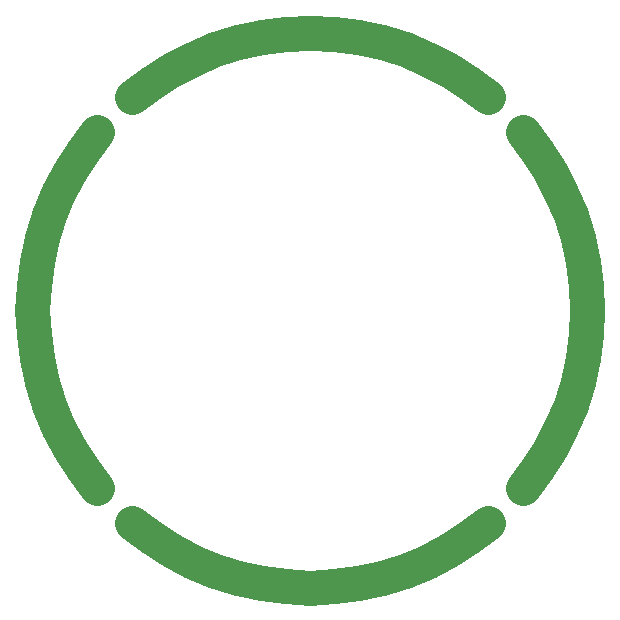
<source format=gbr>
G04 (created by PCBNEW-RS274X (2012-jan-04)-stable) date Thu 24 May 2012 04:50:18 PM CEST*
G01*
G70*
G90*
%MOIN*%
G04 Gerber Fmt 3.4, Leading zero omitted, Abs format*
%FSLAX34Y34*%
G04 APERTURE LIST*
%ADD10C,0.006000*%
%ADD11C,0.118100*%
G04 APERTURE END LIST*
G54D10*
G54D11*
X23500Y-27850D02*
X23536Y-28656D01*
X23641Y-29456D01*
X23816Y-30244D01*
X24058Y-31013D01*
X24367Y-31759D01*
X24740Y-32474D01*
X25173Y-33155D01*
X25665Y-33795D01*
X25665Y-21905D02*
X25173Y-22545D01*
X24740Y-23226D01*
X24367Y-23941D01*
X24058Y-24687D01*
X23816Y-25456D01*
X23641Y-26244D01*
X23536Y-27044D01*
X23500Y-27850D01*
X42000Y-27850D02*
X41964Y-27044D01*
X41859Y-26244D01*
X41684Y-25456D01*
X41442Y-24687D01*
X41133Y-23941D01*
X40760Y-23226D01*
X40327Y-22545D01*
X39835Y-21905D01*
X39835Y-33795D02*
X40327Y-33155D01*
X40760Y-32474D01*
X41133Y-31759D01*
X41442Y-31013D01*
X41684Y-30244D01*
X41859Y-29456D01*
X41964Y-28656D01*
X42000Y-27850D01*
X32750Y-18600D02*
X31944Y-18636D01*
X31144Y-18741D01*
X30356Y-18916D01*
X29587Y-19158D01*
X28841Y-19467D01*
X28126Y-19840D01*
X27445Y-20273D01*
X26805Y-20765D01*
X32750Y-37100D02*
X33556Y-37064D01*
X34356Y-36959D01*
X35144Y-36784D01*
X35913Y-36542D01*
X36659Y-36233D01*
X37375Y-35860D01*
X38055Y-35427D01*
X38695Y-34935D01*
X26805Y-34935D02*
X27445Y-35427D01*
X28126Y-35860D01*
X28841Y-36233D01*
X29587Y-36542D01*
X30356Y-36784D01*
X31144Y-36959D01*
X31944Y-37064D01*
X32750Y-37100D01*
X38695Y-20765D02*
X38055Y-20273D01*
X37375Y-19840D01*
X36659Y-19467D01*
X35913Y-19158D01*
X35144Y-18916D01*
X34356Y-18741D01*
X33556Y-18636D01*
X32750Y-18600D01*
M02*

</source>
